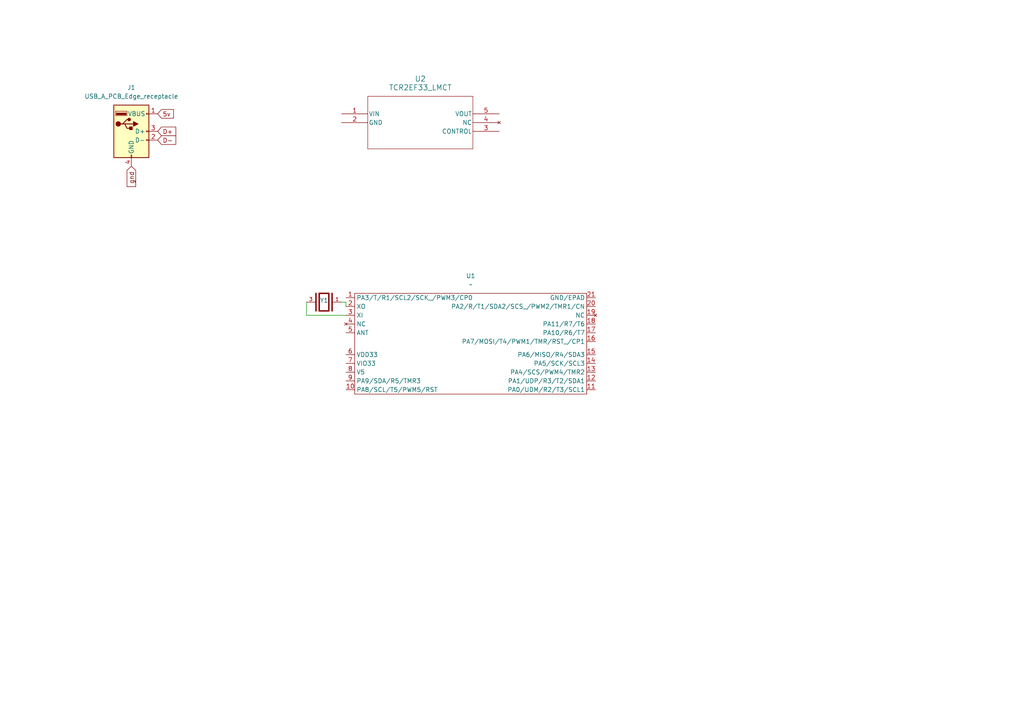
<source format=kicad_sch>
(kicad_sch (version 20250114) (generator "eeschema") (generator_version "9.0")
  (paper "A4")
  (lib_symbols
    (symbol "32mhz crystal:XRCGB32M000F2P01R0" (pin_names (offset 1.016))
      (property "Reference" "Y" (at -5.0878 3.8159 0))
      (property "Value" "XRCGB32M000F2P01R0" (at -5.0944 -5.0944 0))
      (symbol "XRCGB32M000F2P01R0_0_0"
        (polyline (pts (xy -2.3368 2.54) (xy -2.3368 -2.54)) (stroke (width 0.4064)))
        (polyline (pts (xy -1.397 2.54) (xy -1.397 -2.54)) (stroke (width 0.4064)))
        (polyline (pts (xy -1.397 2.54) (xy 1.397 2.54)) (stroke (width 0.4064)))
        (polyline (pts (xy 1.397 2.54) (xy 1.397 -2.54)) (stroke (width 0.4064)))
        (polyline (pts (xy 1.397 -2.54) (xy -1.397 -2.54)) (stroke (width 0.4064)))
        (polyline (pts (xy 2.3368 2.54) (xy 2.3368 -2.54)) (stroke (width 0.4064)))
        (pin passive line (at -5.08 0 0) (length 2.54) (name "~") (number "1"))
        (pin passive line (at 5.08 0 180) (length 2.54) (name "~") (number "3"))
      )
    )
    (symbol "CH572D:CH572D"
      (property "Reference" "U" (at 0 0 0))
      (symbol "CH572D_0_1"
        (rectangle (start -33.02 16.51) (end 34.29 -12.7))
      )
      (symbol "CH572D_1_1"
        (pin bidirectional line (at -35.56 15.24 0) (length 2.54) (name "PA3/T/R1/SCL2/SCK_/PWM3/CP0") (number "1"))
        (pin input line (at -35.56 12.7 0) (length 2.54) (name "XO") (number "2"))
        (pin input line (at -35.56 10.16 0) (length 2.54) (name "XI") (number "3"))
        (pin no_connect line (at -35.56 7.62 0) (length 2.54) (name "NC") (number "4"))
        (pin bidirectional line (at -35.56 5.08 0) (length 2.54) (name "ANT") (number "5"))
        (pin power_in line (at -35.56 -1.27 0) (length 2.54) (name "VDD33") (number "6"))
        (pin power_in line (at -35.56 -3.81 0) (length 2.54) (name "VIO33") (number "7"))
        (pin power_in line (at -35.56 -6.35 0) (length 2.54) (name "V5") (number "8"))
        (pin bidirectional line (at -35.56 -8.89 0) (length 2.54) (name "PA9/SDA/R5/TMR3") (number "9"))
        (pin bidirectional line (at -35.56 -11.43 0) (length 2.54) (name "PA8/SCL/T5/PWM5/RST") (number "10"))
        (pin power_in line (at 36.83 15.24 180) (length 2.54) (name "GND/EPAD") (number "21"))
        (pin bidirectional line (at 36.83 12.7 180) (length 2.54) (name "PA2/R/T1/SDA2/SCS_/PWM2/TMR1/CN") (number "20"))
        (pin no_connect line (at 36.83 10.16 180) (length 2.54) (name "NC") (number "19"))
        (pin bidirectional line (at 36.83 7.62 180) (length 2.54) (name "PA11/R7/T6") (number "18"))
        (pin bidirectional line (at 36.83 5.08 180) (length 2.54) (name "PA10/R6/T7") (number "17"))
        (pin bidirectional line (at 36.83 2.54 180) (length 2.54) (name "PA7/MOSI/T4/PWM1/TMR/RST_/CP1") (number "16"))
        (pin bidirectional line (at 36.83 -1.27 180) (length 2.54) (name "PA6/MISO/R4/SDA3") (number "15"))
        (pin bidirectional line (at 36.83 -3.81 180) (length 2.54) (name "PA5/SCK/SCL3") (number "14"))
        (pin bidirectional line (at 36.83 -6.35 180) (length 2.54) (name "PA4/SCS/PWM4/TMR2") (number "13"))
        (pin bidirectional line (at 36.83 -8.89 180) (length 2.54) (name "PA1/UDP/R3/T2/SDA1") (number "12"))
        (pin bidirectional line (at 36.83 -11.43 180) (length 2.54) (name "PA0/UDM/R2/T3/SCL1") (number "11"))
      )
    )
    (symbol "Connector_USB_PCB_Edge:USB_A_PCB_Edge_receptacle" (pin_names (offset 1.016))
      (property "Reference" "J" (at -5.08 11.43 0))
      (property "Value" "USB_A_PCB_Edge_receptacle" (at -5.08 8.89 0))
      (symbol "USB_A_PCB_Edge_receptacle_0_1"
        (rectangle (start -5.08 -7.62) (end 5.08 7.62) (stroke (width 0.254)) (fill (type background)))
        (circle (center -3.81 2.159) (radius 0.635) (stroke (width 0.254)) (fill (type outline)))
        (polyline (pts (xy -3.175 2.159) (xy -2.54 2.159) (xy -1.27 3.429) (xy -0.635 3.429)) (stroke (width 0.254)))
        (polyline (pts (xy -2.54 2.159) (xy -1.905 2.159) (xy -1.27 0.889) (xy 0 0.889)) (stroke (width 0.254)))
        (rectangle (start -1.524 4.826) (end -4.318 5.334) (fill (type outline)))
        (rectangle (start -1.27 4.572) (end -4.572 5.842))
        (circle (center -0.635 3.429) (radius 0.381) (stroke (width 0.254)) (fill (type outline)))
        (rectangle (start -0.127 -7.62) (end 0.127 -6.858))
        (rectangle (start 0.254 1.27) (end -0.508 0.508) (stroke (width 0.254)) (fill (type outline)))
        (polyline (pts (xy 0.635 2.794) (xy 0.635 1.524) (xy 1.905 2.159) (xy 0.635 2.794)) (stroke (width 0.254)) (fill (type outline)))
        (rectangle (start 5.08 4.953) (end 4.318 5.207))
        (rectangle (start 5.08 -0.127) (end 4.318 0.127))
        (rectangle (start 5.08 -2.667) (end 4.318 -2.413))
      )
      (symbol "USB_A_PCB_Edge_receptacle_1_1"
        (polyline (pts (xy -1.905 2.159) (xy 0.635 2.159)) (stroke (width 0.254)))
        (pin passive line (at -2.54 -10.16 90) (length 2.54) (hide yes) (name "Shield") (number "5"))
        (pin power_in line (at 0 -10.16 90) (length 2.54) (name "GND") (number "4"))
        (pin power_in line (at 7.62 5.08 180) (length 2.54) (name "VBUS") (number "1"))
        (pin bidirectional line (at 7.62 0 180) (length 2.54) (name "D+") (number "3"))
        (pin bidirectional line (at 7.62 -2.54 180) (length 2.54) (name "D-") (number "2"))
      )
    )
    (symbol "voltage regulator:TCR2EF33_LMCT" (pin_names (offset 0.254))
      (property "Reference" "U" (at 22.86 10.16 0))
      (property "Value" "TCR2EF33_LMCT" (at 22.86 7.62 0))
      (symbol "TCR2EF33_LMCT_0_1"
        (polyline (pts (xy 7.62 5.08) (xy 7.62 -10.16)) (stroke (width 0.127)))
        (polyline (pts (xy 7.62 -10.16) (xy 38.1 -10.16)) (stroke (width 0.127)))
        (polyline (pts (xy 38.1 5.08) (xy 7.62 5.08)) (stroke (width 0.127)))
        (polyline (pts (xy 38.1 -10.16) (xy 38.1 5.08)) (stroke (width 0.127)))
        (pin power_in line (at 0 0 0) (length 7.62) (name "VIN") (number "1"))
        (pin power_out line (at 0 -2.54 0) (length 7.62) (name "GND") (number "2"))
        (pin power_in line (at 45.72 0 180) (length 7.62) (name "VOUT") (number "5"))
        (pin no_connect line (at 45.72 -2.54 180) (length 7.62) (name "NC") (number "4"))
        (pin unspecified line (at 45.72 -5.08 180) (length 7.62) (name "CONTROL") (number "3"))
      )
    )
  )
  (wire (pts (xy 88.9 87.63) (xy 88.9 91.44)))
  (wire (pts (xy 99.06 87.63) (xy 100.33 87.63)))
  (wire (pts (xy 88.9 91.44) (xy 100.33 91.44)))
  (wire (pts (xy 100.33 87.63) (xy 100.33 88.9)))
  (global_label "D+" (shape input) (at 45.72 38.1 0) (property "Intersheetrefs" "${INTERSHEET_REFS}" (effects (hide yes))))
  (global_label "D-" (shape input) (at 45.72 40.64 0) (property "Intersheetrefs" "${INTERSHEET_REFS}" (effects (hide yes))))
  (global_label "gnd" (shape input) (at 38.1 48.26 270) (property "Intersheetrefs" "${INTERSHEET_REFS}" (effects (hide yes))))
  (global_label "5v" (shape input) (at 45.72 33.02 0) (property "Intersheetrefs" "${INTERSHEET_REFS}" (effects (hide yes))))
  (symbol (lib_id "32mhz crystal:XRCGB32M000F2P01R0") (at 93.98 87.63 0) (mirror y) (unit 1)
    (property "Reference" "Y1" (at 93.98 87.122 0))
    (property "Value" "XRCGB32M000F2P01R0" (effects (hide yes)))
    (property "Footprint" "XRCGB32M000F2P01R0:OSC_XRCGB32M000F2P01R0" (effects (hide yes)))
    (property "PARTREV" "N/A" (effects (hide yes)))
    (property "MANUFACTURER" "Murata Electronics" (effects (hide yes)))
    (property "MAXIMUM_PACKAGE_HEIGHT" "0.7 mm" (effects (hide yes)))
    (property "STANDARD" "Manufacturer Recommendations" (effects (hide yes)))
  )
  (symbol (lib_id "Connector_USB_PCB_Edge:USB_A_PCB_Edge_receptacle") (at 38.1 38.1 0) (unit 1)
    (property "Reference" "J1" (at 38.1 25.4 0))
    (property "Value" "USB_A_PCB_Edge_receptacle" (at 38.1 27.94 0))
    (property "Footprint" "Connector_USB_PCB_Edge:USB_A_PCB_Edge_receptacle" (effects (hide yes)))
    (property "Description" "USB Type A connector" (effects (hide yes)))
  )
  (symbol (lib_id "CH572D:CH572D") (at 135.89 101.6 0) (unit 1)
    (property "Reference" "U1" (at 136.525 80.01 0))
    (property "Value" "~" (at 136.525 82.55 0))
    (property "Footprint" "Ch572D:CH572D" (effects (hide yes)))
  )
  (symbol (lib_id "voltage regulator:TCR2EF33_LMCT") (at 99.06 33.02 0) (unit 1)
    (property "Reference" "U2" (at 121.92 22.86 0) (effects (font (size 1.524 1.524))))
    (property "Value" "TCR2EF33_LMCT" (at 121.92 25.4 0) (effects (font (size 1.524 1.524))))
    (property "Footprint" "SOT-25   SMV_TOS" (effects (hide yes)))
    (property "Datasheet" "TCR2EF33_LMCT" (effects (hide yes)))
  )
)
</source>
